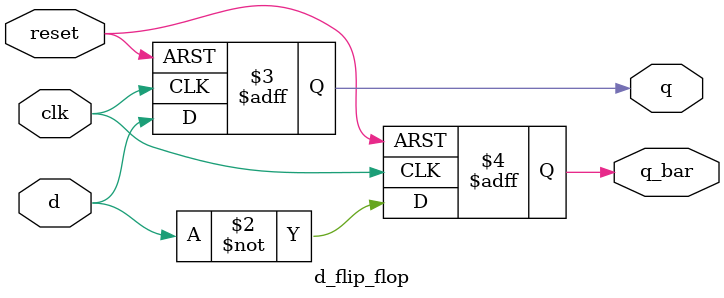
<source format=v>
module d_flip_flop(
    input d,
    input clk,
    input reset,
    output reg q,
    output reg q_bar
);

always @(posedge clk or posedge reset) begin
    if (reset) begin
        q <= 1'b0;
        q_bar <= 1'b1;
    end else begin
        q <= d;
        q_bar <= ~d;
    end
end

endmodule

</source>
